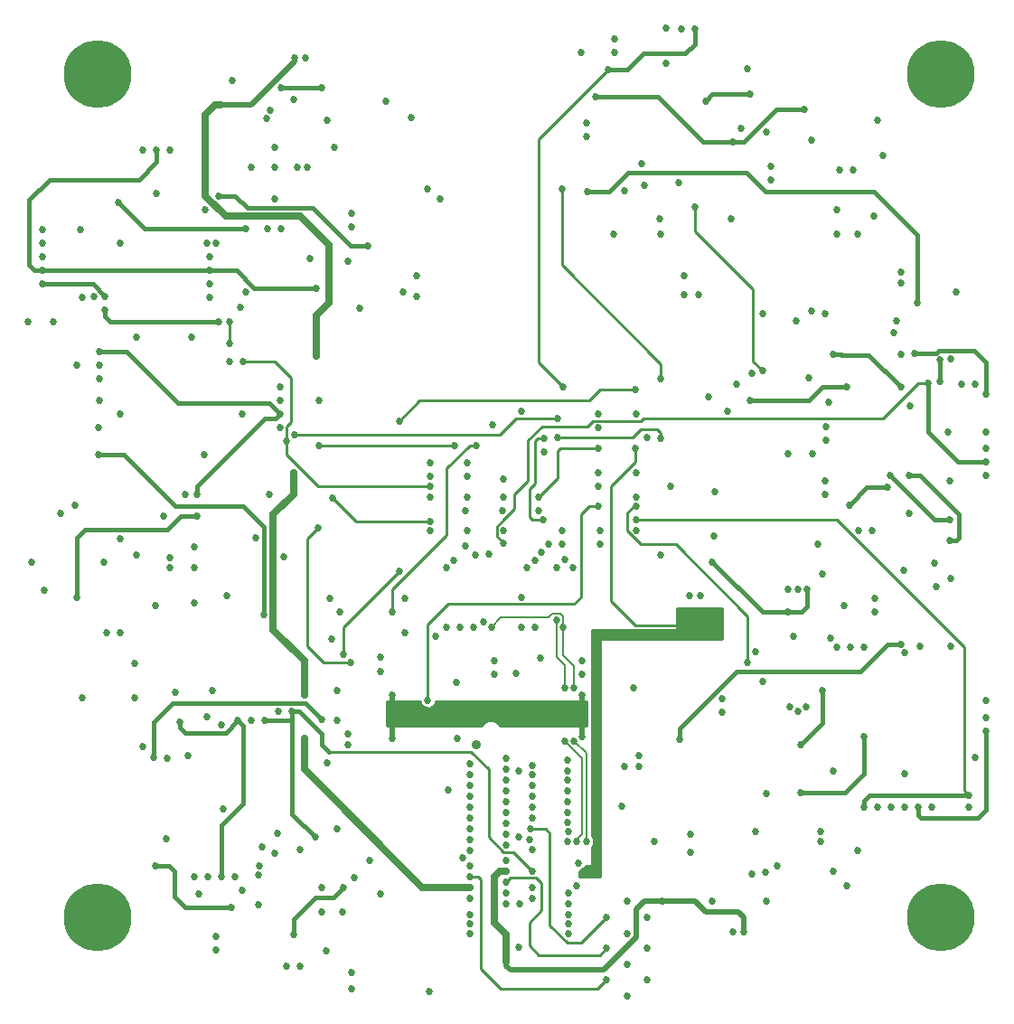
<source format=gbr>
G04 (created by PCBNEW (2013-07-07 BZR 4022)-stable) date 3/26/2016 10:09:36 AM*
%MOIN*%
G04 Gerber Fmt 3.4, Leading zero omitted, Abs format*
%FSLAX34Y34*%
G01*
G70*
G90*
G04 APERTURE LIST*
%ADD10C,0.00590551*%
%ADD11C,0.25*%
%ADD12C,0.035*%
%ADD13C,0.027*%
%ADD14C,0.006*%
%ADD15C,0.01*%
%ADD16C,0.02*%
%ADD17C,0.025*%
%ADD18C,0.015*%
G04 APERTURE END LIST*
G54D10*
G54D11*
X42519Y-44488D03*
X73622Y-44488D03*
X73622Y-75590D03*
X42519Y-75590D03*
G54D12*
X56500Y-69250D03*
G54D13*
X59750Y-69100D03*
X59750Y-67150D03*
X56750Y-64700D03*
X59450Y-64650D03*
X60200Y-72800D03*
X60100Y-67150D03*
X60100Y-69100D03*
X57050Y-64900D03*
X59700Y-64900D03*
X60550Y-72800D03*
X56500Y-58200D03*
X53400Y-64350D03*
X55800Y-69000D03*
X56000Y-73400D03*
X57100Y-57450D03*
X66350Y-76150D03*
X63350Y-75000D03*
X57600Y-73900D03*
X62800Y-77900D03*
X47400Y-53650D03*
X62800Y-76750D03*
X47400Y-54450D03*
X49800Y-43900D03*
X47050Y-45650D03*
X50600Y-54900D03*
X50150Y-67400D03*
X50150Y-69000D03*
X49750Y-59200D03*
X56250Y-74500D03*
X59850Y-69800D03*
X57600Y-70550D03*
X58550Y-70750D03*
X56250Y-70750D03*
X59850Y-70950D03*
X57600Y-70950D03*
X58550Y-71150D03*
X56250Y-71150D03*
X59850Y-71350D03*
X57600Y-71350D03*
X58550Y-71550D03*
X57600Y-69750D03*
X56250Y-71550D03*
X59850Y-71750D03*
X57600Y-71750D03*
X58550Y-71950D03*
X56250Y-71950D03*
X59850Y-72100D03*
X57600Y-72150D03*
X59900Y-72450D03*
X56250Y-72350D03*
X61300Y-75600D03*
X58500Y-72350D03*
X58550Y-70000D03*
X57600Y-72550D03*
X58450Y-72750D03*
X56250Y-72750D03*
X59850Y-72800D03*
X57600Y-72950D03*
X58550Y-73100D03*
X56250Y-73150D03*
X56250Y-69950D03*
X57600Y-73500D03*
X56250Y-73700D03*
X61300Y-77900D03*
X56250Y-74100D03*
X61300Y-76750D03*
X57600Y-74300D03*
X58550Y-74500D03*
X59850Y-70200D03*
X59900Y-74700D03*
X57600Y-74700D03*
X58550Y-74900D03*
X56250Y-74900D03*
X59900Y-75100D03*
X57600Y-75100D03*
X57600Y-70150D03*
X58550Y-70350D03*
X56250Y-70350D03*
X59850Y-70550D03*
X52950Y-66000D03*
X52950Y-66550D03*
X51350Y-68350D03*
X61950Y-70050D03*
X51100Y-63850D03*
X54300Y-51950D03*
X65050Y-56400D03*
X64150Y-52650D03*
X54700Y-67600D03*
X61000Y-60450D03*
X59900Y-76200D03*
X59900Y-75850D03*
X59900Y-75500D03*
X56250Y-76200D03*
X56250Y-75850D03*
X56250Y-75500D03*
X68600Y-45800D03*
X61600Y-43200D03*
X60900Y-45350D03*
X65950Y-47000D03*
X72750Y-52950D03*
X60600Y-48850D03*
X61600Y-43700D03*
X60550Y-46800D03*
X69350Y-53350D03*
X70550Y-50400D03*
X69800Y-50400D03*
X67200Y-46650D03*
X65900Y-49850D03*
X62400Y-60100D03*
X63250Y-49850D03*
X72150Y-51800D03*
X72150Y-52200D03*
X57500Y-59450D03*
X59700Y-56050D03*
X61350Y-44350D03*
X64550Y-42850D03*
X62800Y-75600D03*
X51750Y-51400D03*
X64550Y-49400D03*
X61850Y-71500D03*
X67050Y-55450D03*
X51850Y-66200D03*
X50650Y-61250D03*
X45750Y-60000D03*
X42600Y-54750D03*
X41750Y-63800D03*
X46200Y-60800D03*
X46200Y-60000D03*
X49250Y-57050D03*
X46000Y-54200D03*
X42600Y-55750D03*
X46100Y-61950D03*
X46100Y-62700D03*
X43950Y-62250D03*
X45200Y-62350D03*
X48650Y-64450D03*
X42550Y-58550D03*
X43900Y-66250D03*
X63300Y-57950D03*
X49800Y-57800D03*
X59500Y-57200D03*
X59500Y-57900D03*
X54800Y-59700D03*
X47900Y-55100D03*
X49500Y-58050D03*
X44200Y-47300D03*
X44700Y-47300D03*
X50600Y-52400D03*
X46650Y-51750D03*
X40500Y-51750D03*
X47000Y-53650D03*
X42800Y-53200D03*
X46650Y-51250D03*
X50800Y-45000D03*
X49300Y-45000D03*
X49050Y-47200D03*
X49050Y-47950D03*
X49050Y-49100D03*
X49900Y-47950D03*
X47000Y-49000D03*
X52500Y-50850D03*
X63300Y-55750D03*
X59650Y-48750D03*
X54700Y-48750D03*
X49750Y-45450D03*
X42400Y-52700D03*
X51200Y-60150D03*
X54800Y-61000D03*
X70300Y-65650D03*
X66800Y-65800D03*
X69800Y-65650D03*
X72800Y-71550D03*
X75300Y-68750D03*
X74000Y-65600D03*
X67200Y-75000D03*
X73300Y-71550D03*
X65200Y-75000D03*
X74900Y-69700D03*
X69650Y-73900D03*
X69200Y-72800D03*
X68350Y-68000D03*
X69200Y-72450D03*
X72150Y-65550D03*
X64000Y-69050D03*
X62400Y-60450D03*
X66500Y-66200D03*
X66650Y-74000D03*
X62400Y-60950D03*
X61000Y-58300D03*
X70800Y-71550D03*
X74650Y-71100D03*
X58800Y-60100D03*
X69350Y-59500D03*
X75300Y-56300D03*
X72650Y-54800D03*
X73400Y-62550D03*
X69350Y-60000D03*
X74900Y-55950D03*
X66600Y-56550D03*
X74400Y-55950D03*
X70150Y-56050D03*
X60250Y-73600D03*
X65200Y-62500D03*
X68700Y-63500D03*
X68000Y-64350D03*
X68350Y-63500D03*
X70050Y-64100D03*
X68900Y-58500D03*
X68000Y-58500D03*
X62350Y-58300D03*
X63950Y-64850D03*
X64750Y-64850D03*
X60800Y-73900D03*
X60450Y-73900D03*
X57500Y-61800D03*
X73150Y-55900D03*
X75300Y-58800D03*
X45550Y-68400D03*
X47700Y-68350D03*
X47100Y-74100D03*
X47850Y-74600D03*
X48700Y-68350D03*
X50550Y-72650D03*
X49700Y-68000D03*
X58550Y-73900D03*
X50800Y-75400D03*
X51550Y-75400D03*
X49750Y-76250D03*
X51600Y-74500D03*
X44600Y-69700D03*
X51000Y-69900D03*
X50800Y-68300D03*
X53650Y-62850D03*
X62350Y-56150D03*
X53650Y-57300D03*
X51600Y-65900D03*
X60200Y-74450D03*
X55700Y-58200D03*
X50700Y-58200D03*
X49150Y-72500D03*
X48600Y-73000D03*
X46100Y-74100D03*
X72150Y-54850D03*
X52000Y-74150D03*
X52550Y-73500D03*
X65250Y-61550D03*
X68850Y-53250D03*
X46750Y-67250D03*
X53150Y-45500D03*
X64400Y-72550D03*
X49200Y-68000D03*
X41950Y-52750D03*
X39950Y-53650D03*
X43950Y-54200D03*
X42600Y-55250D03*
X41750Y-55250D03*
X60400Y-68950D03*
X53400Y-67400D03*
X55750Y-66950D03*
X53400Y-69000D03*
X60400Y-67400D03*
X63300Y-50400D03*
X61550Y-50400D03*
X62500Y-70050D03*
X62300Y-67150D03*
X53800Y-52550D03*
X40550Y-63550D03*
X40100Y-62500D03*
X49250Y-56550D03*
X50700Y-56550D03*
X60350Y-43700D03*
X74000Y-55000D03*
X74650Y-71550D03*
X47400Y-55100D03*
X62050Y-76200D03*
X62050Y-77350D03*
X62050Y-75000D03*
X62050Y-78500D03*
X64700Y-52650D03*
X54750Y-78350D03*
X64375Y-73200D03*
X43900Y-67500D03*
X51000Y-46200D03*
X72000Y-53600D03*
X47500Y-44750D03*
X51350Y-67250D03*
X53850Y-65100D03*
X55450Y-70900D03*
X51350Y-72350D03*
X51750Y-69250D03*
X51750Y-68850D03*
X60400Y-66650D03*
X60400Y-66150D03*
X57950Y-66600D03*
X57150Y-66150D03*
X57150Y-66650D03*
X55000Y-65250D03*
X53850Y-63850D03*
X46550Y-50750D03*
X49400Y-62300D03*
X51450Y-64350D03*
X54300Y-52700D03*
X64150Y-51950D03*
X64350Y-63750D03*
X69550Y-65300D03*
X68200Y-65250D03*
X64750Y-63750D03*
X55150Y-49100D03*
X47800Y-53100D03*
X48000Y-52550D03*
X52200Y-53150D03*
X46500Y-49500D03*
X48800Y-50200D03*
X49300Y-50200D03*
X50350Y-51300D03*
X51900Y-50150D03*
X51900Y-49650D03*
X54100Y-46100D03*
X48200Y-47950D03*
X48750Y-46150D03*
X48900Y-45850D03*
X71500Y-47500D03*
X71300Y-46200D03*
X68850Y-46950D03*
X61950Y-48800D03*
X60550Y-46300D03*
X62700Y-48600D03*
X62600Y-47800D03*
X67350Y-48400D03*
X67350Y-47900D03*
X69900Y-48050D03*
X70400Y-48050D03*
X71150Y-49750D03*
X68300Y-53600D03*
X71900Y-54050D03*
X67050Y-53350D03*
X69800Y-49500D03*
X74000Y-63100D03*
X73450Y-63400D03*
X75300Y-59300D03*
X75300Y-58300D03*
X75300Y-57700D03*
X73900Y-57700D03*
X72250Y-62800D03*
X66650Y-55550D03*
X66100Y-55950D03*
X65750Y-56950D03*
X68750Y-55700D03*
X69500Y-56600D03*
X69400Y-57500D03*
X69400Y-58000D03*
X70600Y-61350D03*
X71100Y-61350D03*
X71200Y-63850D03*
X71200Y-64350D03*
X69100Y-61850D03*
X68000Y-63500D03*
X69250Y-62950D03*
X65300Y-59900D03*
X67150Y-73925D03*
X65550Y-68050D03*
X65550Y-67550D03*
X62500Y-69650D03*
X67050Y-66900D03*
X72850Y-65600D03*
X67200Y-71050D03*
X68650Y-67850D03*
X68050Y-67850D03*
X75300Y-68250D03*
X70150Y-74450D03*
X70550Y-73150D03*
X63050Y-72800D03*
X51900Y-78250D03*
X51900Y-77650D03*
X50950Y-76850D03*
X49050Y-73250D03*
X50000Y-73100D03*
X45050Y-72700D03*
X46550Y-68200D03*
X47100Y-68500D03*
X48450Y-74050D03*
X50800Y-74500D03*
X52950Y-74750D03*
X48450Y-75150D03*
X48500Y-73700D03*
X49500Y-77400D03*
X48350Y-61600D03*
X42600Y-56550D03*
X41700Y-60400D03*
X44650Y-64100D03*
X45200Y-62700D03*
X56150Y-60100D03*
X56150Y-58850D03*
X54800Y-58850D03*
X54800Y-60100D03*
X54800Y-61350D03*
X56150Y-61350D03*
X57500Y-61350D03*
X57500Y-60100D03*
X59650Y-61350D03*
X61000Y-57050D03*
X62400Y-57050D03*
X61000Y-59200D03*
X62400Y-59200D03*
X62400Y-61350D03*
X61050Y-61350D03*
X63500Y-42800D03*
X50200Y-43900D03*
X74200Y-52550D03*
X41950Y-67500D03*
X58050Y-70200D03*
X58050Y-72650D03*
X58100Y-75100D03*
X58050Y-76700D03*
X58850Y-66050D03*
X58650Y-64900D03*
X58150Y-64900D03*
X56400Y-64900D03*
X55900Y-64900D03*
X55400Y-64900D03*
X58150Y-63800D03*
X59000Y-58450D03*
X58150Y-56950D03*
X47150Y-71600D03*
X46600Y-74100D03*
X47600Y-74100D03*
X45100Y-69750D03*
X48200Y-68350D03*
X45400Y-67300D03*
X46900Y-76300D03*
X46900Y-76800D03*
X48850Y-60000D03*
X43350Y-61650D03*
X41150Y-60700D03*
X42550Y-57550D03*
X43350Y-57050D03*
X49250Y-56050D03*
X49250Y-57550D03*
X47850Y-57050D03*
X42850Y-65100D03*
X43350Y-65100D03*
X51150Y-65350D03*
X42750Y-62500D03*
X65950Y-76150D03*
X70800Y-65650D03*
X75300Y-67600D03*
X71300Y-71550D03*
X69650Y-70200D03*
X72300Y-65850D03*
X72300Y-70300D03*
X71800Y-71550D03*
X72300Y-71550D03*
X63950Y-48500D03*
X63500Y-44100D03*
X64050Y-42850D03*
X66500Y-44300D03*
X40500Y-50250D03*
X40500Y-50750D03*
X40500Y-51250D03*
X43350Y-50750D03*
X46650Y-52250D03*
X46650Y-52750D03*
X50000Y-77400D03*
X46450Y-58550D03*
X44950Y-60800D03*
X41900Y-50250D03*
X40900Y-53650D03*
X48000Y-50200D03*
X43300Y-49250D03*
X46900Y-50750D03*
X44700Y-48900D03*
X45200Y-47300D03*
X40500Y-52250D03*
X42800Y-52700D03*
X68450Y-71000D03*
X70800Y-68950D03*
X68450Y-69250D03*
X69250Y-67250D03*
X71650Y-59750D03*
X70250Y-60400D03*
X71750Y-59300D03*
X73950Y-60950D03*
X72150Y-56050D03*
X69650Y-54850D03*
X73950Y-61700D03*
X72450Y-59300D03*
X72450Y-60700D03*
X73950Y-59500D03*
X73600Y-55850D03*
X73600Y-55050D03*
X72500Y-56750D03*
X44200Y-69300D03*
X45850Y-69650D03*
X46250Y-74750D03*
X47450Y-75250D03*
X44650Y-73700D03*
X47300Y-63750D03*
X46100Y-64000D03*
X51250Y-47200D03*
X50250Y-47950D03*
X67600Y-73700D03*
X66800Y-72450D03*
X66250Y-46500D03*
X64950Y-45500D03*
X66600Y-45250D03*
X59650Y-61850D03*
X58350Y-62700D03*
X61000Y-57550D03*
X58650Y-62450D03*
X63300Y-62250D03*
X60050Y-62700D03*
X58900Y-62150D03*
X61000Y-59700D03*
X61050Y-61850D03*
X59150Y-61850D03*
X59450Y-62700D03*
X62800Y-57900D03*
X63650Y-59700D03*
X59750Y-62400D03*
X56100Y-61900D03*
X56150Y-59350D03*
X56450Y-62250D03*
X57450Y-60600D03*
X56950Y-62200D03*
X58800Y-60600D03*
X55400Y-62700D03*
X54800Y-59350D03*
X55650Y-62450D03*
X56100Y-60600D03*
X59000Y-57950D03*
X58950Y-60950D03*
G54D14*
X59750Y-69100D02*
X60400Y-69750D01*
X59450Y-66000D02*
X59750Y-66300D01*
X59750Y-66300D02*
X59750Y-67150D01*
X59450Y-64650D02*
X59450Y-66000D01*
X60400Y-69750D02*
X60400Y-69900D01*
X60200Y-72750D02*
X60200Y-72800D01*
X60400Y-72550D02*
X60400Y-69900D01*
X60200Y-72750D02*
X60400Y-72550D01*
X60400Y-69900D02*
X60400Y-69950D01*
X59700Y-64900D02*
X59700Y-65950D01*
X60550Y-69600D02*
X60550Y-69550D01*
X60550Y-69850D02*
X60550Y-72800D01*
X60550Y-69850D02*
X60550Y-69600D01*
X60550Y-69550D02*
X60100Y-69100D01*
X60100Y-66350D02*
X60100Y-67150D01*
X59700Y-65950D02*
X60100Y-66350D01*
X57050Y-64900D02*
X57400Y-64550D01*
X59700Y-64500D02*
X59700Y-64900D01*
X59600Y-64400D02*
X59700Y-64500D01*
X59300Y-64400D02*
X59600Y-64400D01*
X59150Y-64550D02*
X59300Y-64400D01*
X57400Y-64550D02*
X59150Y-64550D01*
G54D15*
X56500Y-58200D02*
X56250Y-58200D01*
X53400Y-63500D02*
X53400Y-64350D01*
X55400Y-61500D02*
X53400Y-63500D01*
X55400Y-59050D02*
X55400Y-61500D01*
X56250Y-58200D02*
X55400Y-59050D01*
G54D16*
X57600Y-77250D02*
X57600Y-77400D01*
G54D17*
X57350Y-73900D02*
X57150Y-74100D01*
X57150Y-74100D02*
X57150Y-75800D01*
X57150Y-75800D02*
X57600Y-76250D01*
X57600Y-76250D02*
X57600Y-77250D01*
X57600Y-73900D02*
X57350Y-73900D01*
G54D16*
X62700Y-75000D02*
X63350Y-75000D01*
X62400Y-75300D02*
X62700Y-75000D01*
X62400Y-76350D02*
X62400Y-75300D01*
X61200Y-77550D02*
X62400Y-76350D01*
X57750Y-77550D02*
X61200Y-77550D01*
X57600Y-77400D02*
X57750Y-77550D01*
X63350Y-75000D02*
X64550Y-75000D01*
X64550Y-75000D02*
X64950Y-75400D01*
X66350Y-75600D02*
X66350Y-76150D01*
X66150Y-75400D02*
X66350Y-75600D01*
X64950Y-75400D02*
X66150Y-75400D01*
G54D15*
X47400Y-53650D02*
X47400Y-54450D01*
G54D16*
X49800Y-43900D02*
X49800Y-44050D01*
X48200Y-45650D02*
X47050Y-45650D01*
X49800Y-44050D02*
X48200Y-45650D01*
G54D17*
X50600Y-53400D02*
X51050Y-52950D01*
X50600Y-54900D02*
X50600Y-53400D01*
X50150Y-67400D02*
X50150Y-66150D01*
X54500Y-74500D02*
X56250Y-74500D01*
X50150Y-70150D02*
X50150Y-69000D01*
X54500Y-74500D02*
X50150Y-70150D01*
X49750Y-60000D02*
X49750Y-59200D01*
X49000Y-60750D02*
X49750Y-60000D01*
X49000Y-65000D02*
X49000Y-60750D01*
X50150Y-66150D02*
X49000Y-65000D01*
X46850Y-45650D02*
X47050Y-45650D01*
X46500Y-46000D02*
X46850Y-45650D01*
X46500Y-49000D02*
X46500Y-46000D01*
X47250Y-49750D02*
X46500Y-49000D01*
X50000Y-49750D02*
X47250Y-49750D01*
X51050Y-50800D02*
X50000Y-49750D01*
X51050Y-52950D02*
X51050Y-50800D01*
G54D15*
X59200Y-72800D02*
X59200Y-72500D01*
X59200Y-72800D02*
X59200Y-75900D01*
X59200Y-75900D02*
X59850Y-76550D01*
X59850Y-76550D02*
X60350Y-76550D01*
X60350Y-76550D02*
X61300Y-75600D01*
X59050Y-72350D02*
X58500Y-72350D01*
X59200Y-72500D02*
X59050Y-72350D01*
X56250Y-74100D02*
X56550Y-74100D01*
X60950Y-78250D02*
X61300Y-77900D01*
X57400Y-78250D02*
X60950Y-78250D01*
X56650Y-77500D02*
X57400Y-78250D01*
X56650Y-74200D02*
X56650Y-77500D01*
X56550Y-74100D02*
X56650Y-74200D01*
X58900Y-75200D02*
X58900Y-75350D01*
X61050Y-77000D02*
X61300Y-76750D01*
X58800Y-77000D02*
X61050Y-77000D01*
X58450Y-76650D02*
X58800Y-77000D01*
X58450Y-75800D02*
X58450Y-76650D01*
X58900Y-75350D02*
X58450Y-75800D01*
X57600Y-74300D02*
X57750Y-74150D01*
X58900Y-74350D02*
X58900Y-75200D01*
X58700Y-74150D02*
X58900Y-74350D01*
X57750Y-74150D02*
X58700Y-74150D01*
X60650Y-60450D02*
X60350Y-60750D01*
X60350Y-60750D02*
X60350Y-63800D01*
X60350Y-63800D02*
X60100Y-64050D01*
X60100Y-64050D02*
X55450Y-64050D01*
X55450Y-64050D02*
X54700Y-64800D01*
X54700Y-64800D02*
X54700Y-67600D01*
X61000Y-60450D02*
X60650Y-60450D01*
G54D18*
X68600Y-45800D02*
X67550Y-45800D01*
X66350Y-47000D02*
X65950Y-47000D01*
X67550Y-45800D02*
X66350Y-47000D01*
X65950Y-47000D02*
X64850Y-47000D01*
X63200Y-45350D02*
X60900Y-45350D01*
X64850Y-47000D02*
X63200Y-45350D01*
X60600Y-48850D02*
X61400Y-48850D01*
X72750Y-50450D02*
X72750Y-52950D01*
X71150Y-48850D02*
X72750Y-50450D01*
X67150Y-48850D02*
X71150Y-48850D01*
X66450Y-48150D02*
X67150Y-48850D01*
X62100Y-48150D02*
X66450Y-48150D01*
X61400Y-48850D02*
X62100Y-48150D01*
G54D15*
X61350Y-44350D02*
X58800Y-46900D01*
X58800Y-55150D02*
X59700Y-56050D01*
X58800Y-46900D02*
X58800Y-55150D01*
G54D18*
X64550Y-42850D02*
X64550Y-43400D01*
X62050Y-44350D02*
X61350Y-44350D01*
X62650Y-43750D02*
X62050Y-44350D01*
X64200Y-43750D02*
X62650Y-43750D01*
X64550Y-43400D02*
X64200Y-43750D01*
G54D15*
X64550Y-49400D02*
X64550Y-50300D01*
X64550Y-50300D02*
X66700Y-52450D01*
X66700Y-52450D02*
X66700Y-55100D01*
X66700Y-55100D02*
X67050Y-55450D01*
X51850Y-66200D02*
X50850Y-66200D01*
X50850Y-66200D02*
X50250Y-65600D01*
X50250Y-65600D02*
X50250Y-61650D01*
X50250Y-61650D02*
X50650Y-61250D01*
G54D18*
X42600Y-54750D02*
X43600Y-54750D01*
X48850Y-56650D02*
X46300Y-56650D01*
X49250Y-57050D02*
X48850Y-56650D01*
X45500Y-56650D02*
X46300Y-56650D01*
X43600Y-54750D02*
X45500Y-56650D01*
X46200Y-60800D02*
X45600Y-60800D01*
X41750Y-61600D02*
X41750Y-63800D01*
X42050Y-61300D02*
X41750Y-61600D01*
X45100Y-61300D02*
X42050Y-61300D01*
X45600Y-60800D02*
X45100Y-61300D01*
X49250Y-57050D02*
X49100Y-57200D01*
X48700Y-57200D02*
X46200Y-59700D01*
X49100Y-57200D02*
X48700Y-57200D01*
X46200Y-59700D02*
X46200Y-60000D01*
X46200Y-59700D02*
X46200Y-60000D01*
X47900Y-60450D02*
X45400Y-60450D01*
X47900Y-60450D02*
X48650Y-61200D01*
X42550Y-58550D02*
X43500Y-58550D01*
X43500Y-58550D02*
X45400Y-60450D01*
X48650Y-61200D02*
X48650Y-64450D01*
G54D15*
X56750Y-57800D02*
X57350Y-57800D01*
X59500Y-57900D02*
X62250Y-57900D01*
X62250Y-57900D02*
X62550Y-57600D01*
X62550Y-57600D02*
X63150Y-57600D01*
X63150Y-57600D02*
X63300Y-57750D01*
X63300Y-57750D02*
X63300Y-57950D01*
X56750Y-57800D02*
X49800Y-57800D01*
X57950Y-57200D02*
X59500Y-57200D01*
X57350Y-57800D02*
X57950Y-57200D01*
X49500Y-58050D02*
X49500Y-58550D01*
X50650Y-59700D02*
X54800Y-59700D01*
X49500Y-58550D02*
X50650Y-59700D01*
X49650Y-57250D02*
X49650Y-57350D01*
X49650Y-57250D02*
X49650Y-55700D01*
X49650Y-55700D02*
X49050Y-55100D01*
X49050Y-55100D02*
X47900Y-55100D01*
X49500Y-57500D02*
X49500Y-58050D01*
X49650Y-57350D02*
X49500Y-57500D01*
G54D18*
X44700Y-47300D02*
X44700Y-47750D01*
X40000Y-49150D02*
X40000Y-49900D01*
X40750Y-48400D02*
X40000Y-49150D01*
X44050Y-48400D02*
X40750Y-48400D01*
X44700Y-47750D02*
X44050Y-48400D01*
X50600Y-52400D02*
X48300Y-52400D01*
X47650Y-51750D02*
X46650Y-51750D01*
X48300Y-52400D02*
X47650Y-51750D01*
X40200Y-51750D02*
X40500Y-51750D01*
X40000Y-51550D02*
X40200Y-51750D01*
X40000Y-49900D02*
X40000Y-51550D01*
X40500Y-51750D02*
X46650Y-51750D01*
X43100Y-53650D02*
X43000Y-53650D01*
X47000Y-53650D02*
X43100Y-53650D01*
X42800Y-53450D02*
X42800Y-53200D01*
X43000Y-53650D02*
X42800Y-53450D01*
X49300Y-45000D02*
X50800Y-45000D01*
X47000Y-49000D02*
X47600Y-49000D01*
X51850Y-50850D02*
X52500Y-50850D01*
X50450Y-49450D02*
X51850Y-50850D01*
X48050Y-49450D02*
X50450Y-49450D01*
X47600Y-49000D02*
X48050Y-49450D01*
G54D15*
X63300Y-55750D02*
X63300Y-55200D01*
X63300Y-55200D02*
X59650Y-51550D01*
X59650Y-51550D02*
X59650Y-48750D01*
X52050Y-61000D02*
X51200Y-60150D01*
X54800Y-61000D02*
X52050Y-61000D01*
G54D18*
X75300Y-71350D02*
X75300Y-71650D01*
X75300Y-71350D02*
X75300Y-68750D01*
X72800Y-71850D02*
X72800Y-71550D01*
X72900Y-71950D02*
X72800Y-71850D01*
X75000Y-71950D02*
X72900Y-71950D01*
X75300Y-71650D02*
X75000Y-71950D01*
X72150Y-65550D02*
X71650Y-65550D01*
X64000Y-68650D02*
X64000Y-69050D01*
X66100Y-66550D02*
X64000Y-68650D01*
X70650Y-66550D02*
X66100Y-66550D01*
X71650Y-65550D02*
X70650Y-66550D01*
G54D15*
X63850Y-61850D02*
X66500Y-64500D01*
X62050Y-61350D02*
X62550Y-61850D01*
X62550Y-61850D02*
X63850Y-61850D01*
X62400Y-60450D02*
X62300Y-60450D01*
X62300Y-60450D02*
X62050Y-60700D01*
X62050Y-60700D02*
X62050Y-61350D01*
X66500Y-64500D02*
X66500Y-66200D01*
X74650Y-71100D02*
X74500Y-70950D01*
X69800Y-60950D02*
X62400Y-60950D01*
X73600Y-64750D02*
X69800Y-60950D01*
X74500Y-65650D02*
X73600Y-64750D01*
X74500Y-70950D02*
X74500Y-65650D01*
G54D18*
X71000Y-71100D02*
X74650Y-71100D01*
X70800Y-71300D02*
X71000Y-71100D01*
X70800Y-71550D02*
X70800Y-71300D01*
G54D15*
X59500Y-59400D02*
X59500Y-58400D01*
X59500Y-58400D02*
X59600Y-58300D01*
X59600Y-58300D02*
X61000Y-58300D01*
X59500Y-59400D02*
X58800Y-60100D01*
X61000Y-58300D02*
X61000Y-58300D01*
X58800Y-60100D02*
X58800Y-60100D01*
G54D18*
X72650Y-54800D02*
X73450Y-54800D01*
X75300Y-55150D02*
X74850Y-54700D01*
X75300Y-56300D02*
X75300Y-55150D01*
X73550Y-54700D02*
X74850Y-54700D01*
X73450Y-54800D02*
X73550Y-54700D01*
X66600Y-56550D02*
X68750Y-56550D01*
X69250Y-56050D02*
X70150Y-56050D01*
X68750Y-56550D02*
X69250Y-56050D01*
X68000Y-64350D02*
X67050Y-64350D01*
X67050Y-64350D02*
X65200Y-62500D01*
X68000Y-64350D02*
X68500Y-64350D01*
X68700Y-64150D02*
X68700Y-63500D01*
X68500Y-64350D02*
X68700Y-64150D01*
G54D15*
X61450Y-59700D02*
X61450Y-63950D01*
X62350Y-58800D02*
X61450Y-59700D01*
X62350Y-58300D02*
X62350Y-58800D01*
X62350Y-64850D02*
X63950Y-64850D01*
X61450Y-63950D02*
X62350Y-64850D01*
X73150Y-55900D02*
X72800Y-55900D01*
X57502Y-60950D02*
X57502Y-60947D01*
X57250Y-61550D02*
X57250Y-61200D01*
X57250Y-61200D02*
X57500Y-60950D01*
X57500Y-60950D02*
X57502Y-60950D01*
X57500Y-61800D02*
X57250Y-61550D01*
X57900Y-60000D02*
X58400Y-59500D01*
X57900Y-60550D02*
X57900Y-60000D01*
X57502Y-60947D02*
X57900Y-60550D01*
X58400Y-57985D02*
X58909Y-57500D01*
X58909Y-57500D02*
X60600Y-57500D01*
X60600Y-57500D02*
X60800Y-57300D01*
X58400Y-59500D02*
X58400Y-57985D01*
X62550Y-57300D02*
X60800Y-57300D01*
X62650Y-57200D02*
X62550Y-57300D01*
X71500Y-57200D02*
X62650Y-57200D01*
X72800Y-55900D02*
X71500Y-57200D01*
G54D18*
X73150Y-55900D02*
X73150Y-57700D01*
X74250Y-58800D02*
X75300Y-58800D01*
X73150Y-57700D02*
X74250Y-58800D01*
X47100Y-74100D02*
X47100Y-72200D01*
X47900Y-68550D02*
X47700Y-68350D01*
X47900Y-71400D02*
X47900Y-68550D01*
X47100Y-72200D02*
X47900Y-71400D01*
X45550Y-68400D02*
X45550Y-68600D01*
X45550Y-68600D02*
X45750Y-68800D01*
X45750Y-68800D02*
X47250Y-68800D01*
X47250Y-68800D02*
X47700Y-68350D01*
X48700Y-68350D02*
X49300Y-68350D01*
X49300Y-68350D02*
X49700Y-68350D01*
X49700Y-68000D02*
X49700Y-68350D01*
X49700Y-68350D02*
X49700Y-71800D01*
X49700Y-71800D02*
X50550Y-72650D01*
X49700Y-68000D02*
X49950Y-68000D01*
G54D15*
X56950Y-70150D02*
X56300Y-69500D01*
X56300Y-69500D02*
X51050Y-69500D01*
X57500Y-73200D02*
X56950Y-72650D01*
X57800Y-73200D02*
X57500Y-73200D01*
X56950Y-72650D02*
X56950Y-70150D01*
X57850Y-73200D02*
X58550Y-73900D01*
X57800Y-73200D02*
X57850Y-73200D01*
G54D18*
X50800Y-69250D02*
X51050Y-69500D01*
X50800Y-68850D02*
X50800Y-69250D01*
X49950Y-68000D02*
X50800Y-68850D01*
X49700Y-68000D02*
X49700Y-68100D01*
X49750Y-76250D02*
X49750Y-75675D01*
X51225Y-74875D02*
X51600Y-74500D01*
X50550Y-74875D02*
X51225Y-74875D01*
X49750Y-75675D02*
X50550Y-74875D01*
X44600Y-69700D02*
X44600Y-68400D01*
X50200Y-67700D02*
X50800Y-68300D01*
X45300Y-67700D02*
X50200Y-67700D01*
X44600Y-68400D02*
X45300Y-67700D01*
G54D15*
X53650Y-62850D02*
X51600Y-64900D01*
X62350Y-56150D02*
X61050Y-56150D01*
X54400Y-56550D02*
X53650Y-57300D01*
X60650Y-56550D02*
X54400Y-56550D01*
X61050Y-56150D02*
X60650Y-56550D01*
X51600Y-64900D02*
X51600Y-65900D01*
X50700Y-58200D02*
X55700Y-58200D01*
G54D16*
X60400Y-67400D02*
X60400Y-68950D01*
X53400Y-68500D02*
X53750Y-68150D01*
X53750Y-68150D02*
X60150Y-68150D01*
X60150Y-68150D02*
X60400Y-68400D01*
X60400Y-68400D02*
X60400Y-68950D01*
X53400Y-69000D02*
X53400Y-67400D01*
X53400Y-69000D02*
X53400Y-68500D01*
G54D18*
X44250Y-50200D02*
X43300Y-49250D01*
X48000Y-50200D02*
X44250Y-50200D01*
X40500Y-52250D02*
X42350Y-52250D01*
X42350Y-52250D02*
X42800Y-52700D01*
X70800Y-70300D02*
X70100Y-71000D01*
X70100Y-71000D02*
X68450Y-71000D01*
X70800Y-68950D02*
X70800Y-70300D01*
X69250Y-68450D02*
X68450Y-69250D01*
X69250Y-67250D02*
X69250Y-68450D01*
X70250Y-60400D02*
X70900Y-59750D01*
X70900Y-59750D02*
X71650Y-59750D01*
X71750Y-59300D02*
X73400Y-60950D01*
X73400Y-60950D02*
X73950Y-60950D01*
X72150Y-56050D02*
X70955Y-54855D01*
X69950Y-54850D02*
X69650Y-54850D01*
X69955Y-54855D02*
X69950Y-54850D01*
X70955Y-54855D02*
X69955Y-54855D01*
X74200Y-61700D02*
X73950Y-61700D01*
X74300Y-61600D02*
X74200Y-61700D01*
X74300Y-60750D02*
X74300Y-61600D01*
X72850Y-59300D02*
X74300Y-60750D01*
X72450Y-59300D02*
X72850Y-59300D01*
X73600Y-55850D02*
X73600Y-55050D01*
X47450Y-75250D02*
X45750Y-75250D01*
X45350Y-74850D02*
X45350Y-73900D01*
X45750Y-75250D02*
X45350Y-74850D01*
X45150Y-73700D02*
X44650Y-73700D01*
X45350Y-73900D02*
X45150Y-73700D01*
X66600Y-45250D02*
X65200Y-45250D01*
X65200Y-45250D02*
X64950Y-45500D01*
G54D15*
X58350Y-62700D02*
X58400Y-62700D01*
X58950Y-60950D02*
X58550Y-60950D01*
X58750Y-57950D02*
X59000Y-57950D01*
X58650Y-58050D02*
X58750Y-57950D01*
X58650Y-59600D02*
X58650Y-58050D01*
X58450Y-59800D02*
X58650Y-59600D01*
X58450Y-60850D02*
X58450Y-59800D01*
X58550Y-60950D02*
X58450Y-60850D01*
G54D10*
G36*
X65550Y-65350D02*
X61050Y-65350D01*
X61050Y-74100D01*
X60300Y-74100D01*
X60300Y-73885D01*
X60306Y-73885D01*
X60411Y-73841D01*
X60491Y-73761D01*
X60517Y-73700D01*
X60750Y-73700D01*
X60750Y-73003D01*
X60791Y-72961D01*
X60834Y-72856D01*
X60835Y-72743D01*
X60791Y-72638D01*
X60750Y-72596D01*
X60750Y-65000D01*
X61100Y-65000D01*
X63900Y-65000D01*
X63900Y-64200D01*
X65550Y-64200D01*
X65550Y-65350D01*
X65550Y-65350D01*
G37*
G54D15*
X65550Y-65350D02*
X61050Y-65350D01*
X61050Y-74100D01*
X60300Y-74100D01*
X60300Y-73885D01*
X60306Y-73885D01*
X60411Y-73841D01*
X60491Y-73761D01*
X60517Y-73700D01*
X60750Y-73700D01*
X60750Y-73003D01*
X60791Y-72961D01*
X60834Y-72856D01*
X60835Y-72743D01*
X60791Y-72638D01*
X60750Y-72596D01*
X60750Y-65000D01*
X61100Y-65000D01*
X63900Y-65000D01*
X63900Y-64200D01*
X65550Y-64200D01*
X65550Y-65350D01*
G54D10*
G36*
X60550Y-68550D02*
X57346Y-68550D01*
X57317Y-68479D01*
X57218Y-68380D01*
X57089Y-68327D01*
X56950Y-68327D01*
X56821Y-68380D01*
X56722Y-68478D01*
X56693Y-68550D01*
X53200Y-68550D01*
X53200Y-67650D01*
X54414Y-67650D01*
X54414Y-67656D01*
X54458Y-67761D01*
X54538Y-67841D01*
X54643Y-67884D01*
X54756Y-67885D01*
X54861Y-67841D01*
X54941Y-67761D01*
X54984Y-67656D01*
X54984Y-67650D01*
X60550Y-67650D01*
X60550Y-68550D01*
X60550Y-68550D01*
G37*
G54D15*
X60550Y-68550D02*
X57346Y-68550D01*
X57317Y-68479D01*
X57218Y-68380D01*
X57089Y-68327D01*
X56950Y-68327D01*
X56821Y-68380D01*
X56722Y-68478D01*
X56693Y-68550D01*
X53200Y-68550D01*
X53200Y-67650D01*
X54414Y-67650D01*
X54414Y-67656D01*
X54458Y-67761D01*
X54538Y-67841D01*
X54643Y-67884D01*
X54756Y-67885D01*
X54861Y-67841D01*
X54941Y-67761D01*
X54984Y-67656D01*
X54984Y-67650D01*
X60550Y-67650D01*
X60550Y-68550D01*
M02*

</source>
